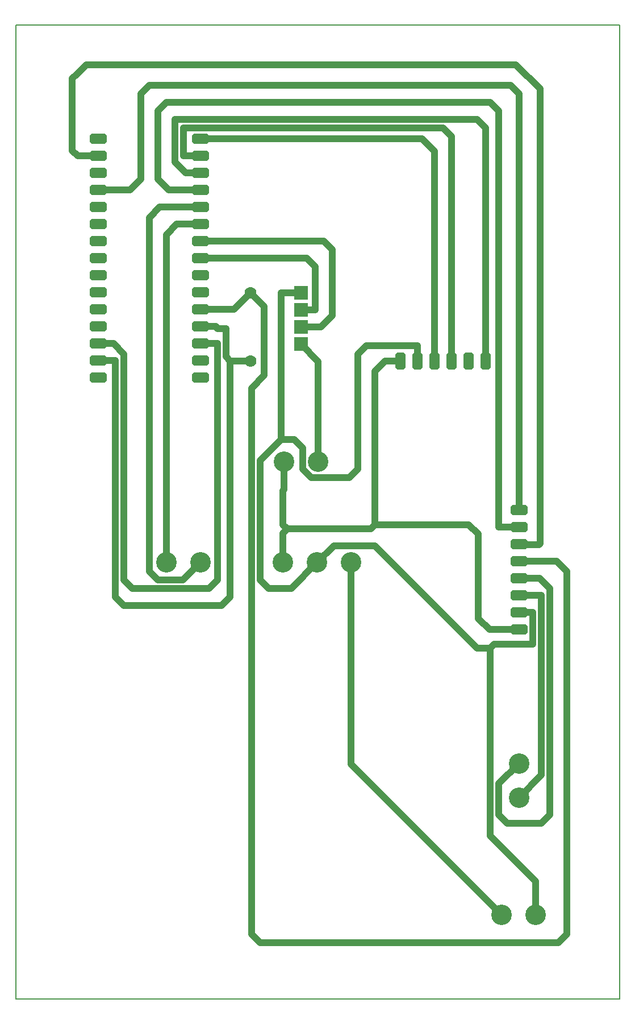
<source format=gbr>
G04 PROTEUS GERBER X2 FILE*
%TF.GenerationSoftware,Labcenter,Proteus,8.10-SP3-Build29560*%
%TF.CreationDate,2022-02-24T20:56:41+00:00*%
%TF.FileFunction,Copper,L2,Bot*%
%TF.FilePolarity,Positive*%
%TF.Part,Single*%
%TF.SameCoordinates,{e0c8fd6e-37dc-4a7a-b3f3-70e9e95a6a86}*%
%FSLAX45Y45*%
%MOMM*%
G01*
%TA.AperFunction,Conductor*%
%ADD16C,1.016000*%
%TA.AperFunction,NonConductor*%
%ADD17C,1.016000*%
%AMDIL000*
4,1,8,
-1.270000,0.457200,-0.965200,0.762000,0.965200,0.762000,1.270000,0.457200,1.270000,-0.457200,
0.965200,-0.762000,-0.965200,-0.762000,-1.270000,-0.457200,-1.270000,0.457200,
0*%
%TA.AperFunction,ComponentPad*%
%ADD10DIL000*%
%AMDIL001*
4,1,8,
-0.762000,0.965200,-0.457200,1.270000,0.457200,1.270000,0.762000,0.965200,0.762000,-0.965200,
0.457200,-1.270000,-0.457200,-1.270000,-0.762000,-0.965200,-0.762000,0.965200,
0*%
%TA.AperFunction,ComponentPad*%
%ADD11DIL001*%
%TA.AperFunction,ComponentPad*%
%ADD12C,3.048000*%
%ADD13C,1.778000*%
%TA.AperFunction,ComponentPad*%
%ADD14R,2.032000X2.032000*%
%TA.AperFunction,Profile*%
%ADD15C,0.203200*%
%TD.AperFunction*%
D16*
X-7000000Y+7516000D02*
X-6794500Y+7310500D01*
X-6794500Y+6286500D01*
X-6985000Y+6096000D01*
X-6985000Y-2032000D01*
X-6858000Y-2159000D01*
X-2413000Y-2159000D01*
X-2286000Y-2032000D01*
X-2286000Y+3365500D01*
X-2436500Y+3516000D01*
X-3000000Y+3516000D01*
X-7000000Y+7516000D02*
X-7250000Y+7266000D01*
X-7750000Y+7266000D01*
X-7750000Y+8028000D02*
X-6159500Y+8028000D01*
X-6032500Y+7901000D01*
X-6032500Y+7258000D01*
X-6250000Y+7258000D01*
X-7750000Y+8282000D02*
X-5905500Y+8282000D01*
X-5778500Y+8155000D01*
X-5778500Y+7175500D01*
X-5950000Y+7004000D01*
X-6250000Y+7004000D01*
X-8258000Y+3500000D02*
X-8258000Y+8382000D01*
X-8104000Y+8536000D01*
X-7750000Y+8536000D01*
X-7750000Y+3500000D02*
X-8011500Y+3238500D01*
X-8382000Y+3238500D01*
X-8509000Y+3365500D01*
X-8509000Y+8636000D01*
X-8355000Y+8790000D01*
X-7750000Y+8790000D01*
X-3000000Y+4024000D02*
X-3302000Y+4024000D01*
X-3302000Y+10223500D01*
X-3429000Y+10350500D01*
X-8255000Y+10350500D01*
X-8382000Y+10223500D01*
X-8382000Y+9207500D01*
X-8218500Y+9044000D01*
X-7750000Y+9044000D01*
X-3500000Y+6500000D02*
X-3500000Y+9969500D01*
X-3627000Y+10096500D01*
X-8128000Y+10096500D01*
X-8128000Y+9461500D01*
X-7964500Y+9298000D01*
X-7750000Y+9298000D01*
X-4008000Y+6500000D02*
X-4008000Y+9842500D01*
X-4135000Y+9969500D01*
X-8001000Y+9969500D01*
X-8001000Y+9552000D01*
X-7750000Y+9552000D01*
X-7750000Y+9806000D02*
X-4445000Y+9806000D01*
X-4262000Y+9623000D01*
X-4262000Y+6500000D01*
X-3000000Y+4278000D02*
X-3000000Y+10477500D01*
X-3127000Y+10604500D01*
X-8509000Y+10604500D01*
X-8636000Y+10477500D01*
X-8636000Y+9207500D01*
X-8799500Y+9044000D01*
X-9274000Y+9044000D01*
X-7750000Y+6758000D02*
X-7493000Y+6758000D01*
X-7493000Y+3238500D01*
X-7620000Y+3111500D01*
X-8763000Y+3111500D01*
X-8890000Y+3238500D01*
X-8890000Y+6604000D01*
X-9044000Y+6758000D01*
X-9274000Y+6758000D01*
X-3258000Y-1750000D02*
X-5500000Y+492000D01*
X-5500000Y+3500000D01*
X-3000000Y+508000D02*
X-3302000Y+206000D01*
X-3302000Y-254000D01*
X-3175000Y-381000D01*
X-2667000Y-381000D01*
X-2540000Y-254000D01*
X-2540000Y+3111500D01*
X-2690500Y+3262000D01*
X-3000000Y+3262000D01*
X-3000000Y+0D02*
X-2667000Y+333000D01*
X-2667000Y+3008000D01*
X-3000000Y+3008000D01*
X-6250000Y+6750000D02*
X-5992000Y+6492000D01*
X-5992000Y+5000000D01*
X-6540500Y+6985000D02*
X-6540500Y+7512000D01*
X-6250000Y+7512000D01*
X-6540500Y+5334000D02*
X-6540500Y+6985000D01*
X-7366000Y+6985000D02*
X-7493000Y+6985000D01*
X-7520000Y+7012000D01*
X-7750000Y+7012000D01*
X-7302500Y+6500000D02*
X-7302500Y+2984500D01*
X-7429500Y+2857500D01*
X-8890000Y+2857500D01*
X-9017000Y+2984500D01*
X-9017000Y+6504000D01*
X-9274000Y+6504000D01*
X-7366000Y+6985000D02*
X-7366000Y+6563500D01*
X-7302500Y+6500000D01*
X-7000000Y+6500000D01*
X-6540500Y+5334000D02*
X-6350000Y+5334000D01*
X-6223000Y+5207000D01*
X-6223000Y+4889500D01*
X-6096000Y+4762500D01*
X-5524500Y+4762500D01*
X-5397500Y+4889500D01*
X-5397500Y+6604000D01*
X-5270500Y+6731000D01*
X-4516000Y+6731000D01*
X-4516000Y+6500000D01*
X-6008000Y+3500000D02*
X-6396500Y+3111500D01*
X-6731000Y+3111500D01*
X-6858000Y+3238500D01*
X-6858000Y+5016500D01*
X-6540500Y+5334000D01*
X-3429000Y+2222500D02*
X-3429000Y-571500D01*
X-2750000Y-1250500D01*
X-2750000Y-1750000D01*
X-6008000Y+3500000D02*
X-5761500Y+3746500D01*
X-5143500Y+3746500D01*
X-3619500Y+2222500D01*
X-3429000Y+2222500D01*
X-2794000Y+2286000D02*
X-3365500Y+2286000D01*
X-3429000Y+2222500D01*
X-2794000Y+2286000D02*
X-2794000Y+2754000D01*
X-3000000Y+2754000D01*
X-5143500Y+4064000D02*
X-3746500Y+4064000D01*
X-3607374Y+3924874D01*
X-3607374Y+2667000D01*
X-3440374Y+2500000D01*
X-3000000Y+2500000D01*
X-5143500Y+4064000D02*
X-5143500Y+6350000D01*
X-4993500Y+6500000D01*
X-4770000Y+6500000D01*
X-6452500Y+4000500D02*
X-6516000Y+4064000D01*
X-6516000Y+4572000D01*
X-6500000Y+4588000D01*
X-6500000Y+5000000D01*
X-6452500Y+4000500D02*
X-5207000Y+4000500D01*
X-5143500Y+4064000D01*
X-6452500Y+4000500D02*
X-6516000Y+3937000D01*
X-6516000Y+3500000D01*
D17*
X-9274000Y+9552000D02*
X-9574655Y+9552000D01*
X-9656790Y+9634135D01*
X-9656790Y+10704227D01*
X-9582314Y+10778703D01*
X-9449478Y+10911539D01*
X-9414638Y+10911539D01*
X-3044384Y+10911539D01*
X-2683877Y+10551032D01*
X-2683877Y+10530453D01*
X-2683877Y+3778027D01*
X-2696943Y+3764961D01*
X-2998434Y+3764961D01*
X-2999875Y+3766402D01*
D10*
X-7750000Y+6250000D03*
X-7750000Y+6504000D03*
X-7750000Y+6758000D03*
X-7750000Y+7012000D03*
X-7750000Y+7266000D03*
X-7750000Y+7520000D03*
X-7750000Y+7774000D03*
X-7750000Y+8028000D03*
X-7750000Y+8282000D03*
X-7750000Y+8536000D03*
X-7750000Y+8790000D03*
X-7750000Y+9044000D03*
X-7750000Y+9298000D03*
X-7750000Y+9552000D03*
X-7750000Y+9806000D03*
X-9274000Y+9806000D03*
X-9274000Y+9552000D03*
X-9274000Y+9298000D03*
X-9274000Y+9044000D03*
X-9274000Y+8790000D03*
X-9274000Y+8536000D03*
X-9274000Y+8282000D03*
X-9274000Y+8028000D03*
X-9274000Y+7774000D03*
X-9274000Y+7520000D03*
X-9274000Y+7266000D03*
X-9274000Y+7012000D03*
X-9274000Y+6758000D03*
X-9274000Y+6504000D03*
X-9274000Y+6250000D03*
D11*
X-3500000Y+6500000D03*
X-3754000Y+6500000D03*
X-4008000Y+6500000D03*
X-4262000Y+6500000D03*
X-4516000Y+6500000D03*
X-4770000Y+6500000D03*
D12*
X-3000000Y+0D03*
X-3000000Y+508000D03*
X-7750000Y+3500000D03*
X-8258000Y+3500000D03*
X-5500000Y+3500000D03*
X-6008000Y+3500000D03*
X-6516000Y+3500000D03*
X-3258000Y-1750000D03*
X-2750000Y-1750000D03*
D13*
X-7000000Y+6500000D03*
X-7000000Y+7516000D03*
D14*
X-6250000Y+7512000D03*
X-6250000Y+7258000D03*
X-6250000Y+7004000D03*
X-6250000Y+6750000D03*
D10*
X-3000000Y+4278000D03*
X-3000000Y+4024000D03*
X-3000000Y+3770000D03*
X-3000000Y+3516000D03*
X-3000000Y+3262000D03*
X-3000000Y+3008000D03*
X-3000000Y+2754000D03*
X-3000000Y+2500000D03*
D12*
X-6500000Y+5000000D03*
X-5992000Y+5000000D03*
D15*
X-10500000Y-3000000D02*
X-1500000Y-3000000D01*
X-1500000Y+11500000D01*
X-10500000Y+11500000D01*
X-10500000Y-3000000D01*
M02*

</source>
